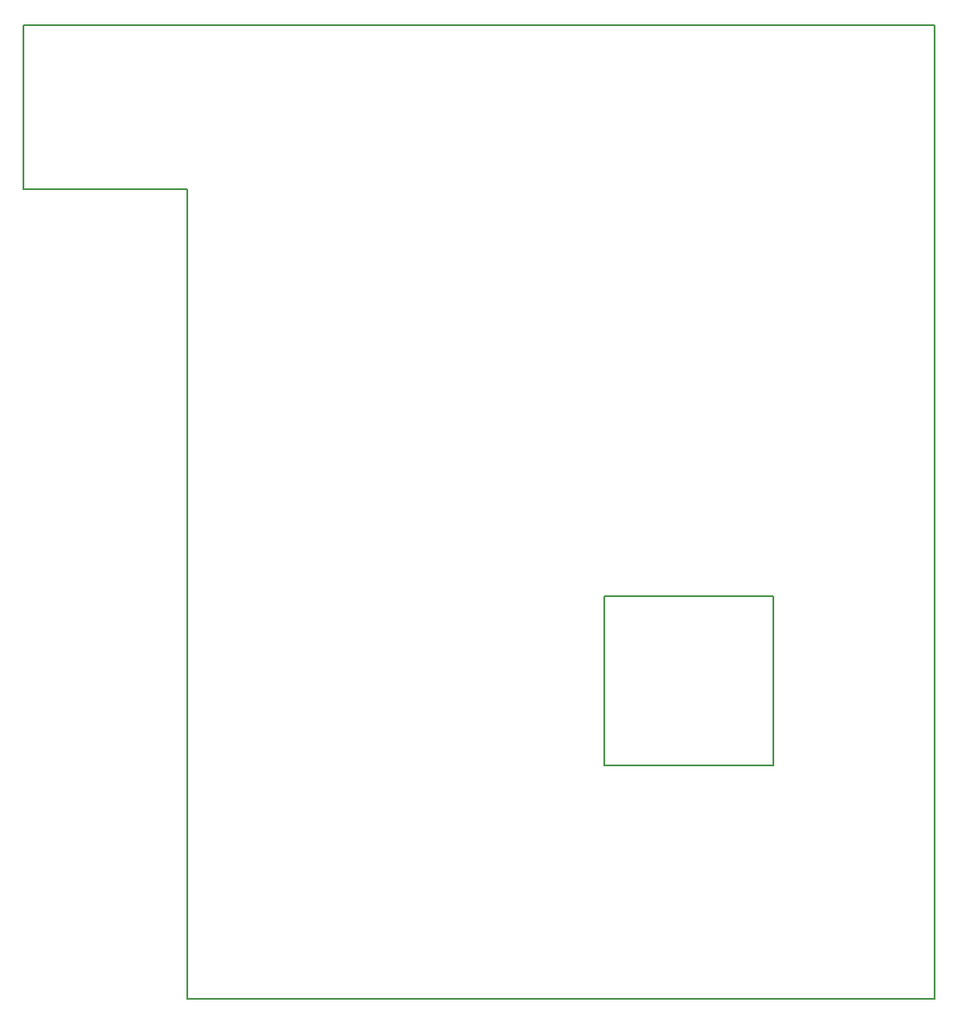
<source format=gbr>
G04 #@! TF.GenerationSoftware,KiCad,Pcbnew,5.1.4-e60b266~84~ubuntu18.04.1*
G04 #@! TF.CreationDate,2019-11-04T15:24:46+01:00*
G04 #@! TF.ProjectId,WaveGlide3X,57617665-476c-4696-9465-33582e6b6963,rev?*
G04 #@! TF.SameCoordinates,Original*
G04 #@! TF.FileFunction,Profile,NP*
%FSLAX46Y46*%
G04 Gerber Fmt 4.6, Leading zero omitted, Abs format (unit mm)*
G04 Created by KiCad (PCBNEW 5.1.4-e60b266~84~ubuntu18.04.1) date 2019-11-04 15:24:46*
%MOMM*%
%LPD*%
G04 APERTURE LIST*
%ADD10C,0.150000*%
G04 APERTURE END LIST*
D10*
X89750000Y-132250000D02*
X89750000Y-115750000D01*
X106250000Y-132250000D02*
X89750000Y-132250000D01*
X106250000Y-115750000D02*
X106250000Y-132250000D01*
X89750000Y-115750000D02*
X106250000Y-115750000D01*
X33000000Y-60000000D02*
X122000000Y-60000000D01*
X49000000Y-76000000D02*
X49000000Y-155000000D01*
X33000000Y-76000000D02*
X33000000Y-60000000D01*
X33000000Y-76000000D02*
X49000000Y-76000000D01*
X122000000Y-155000000D02*
X122000000Y-60000000D01*
X122000000Y-155000000D02*
X49000000Y-155000000D01*
M02*

</source>
